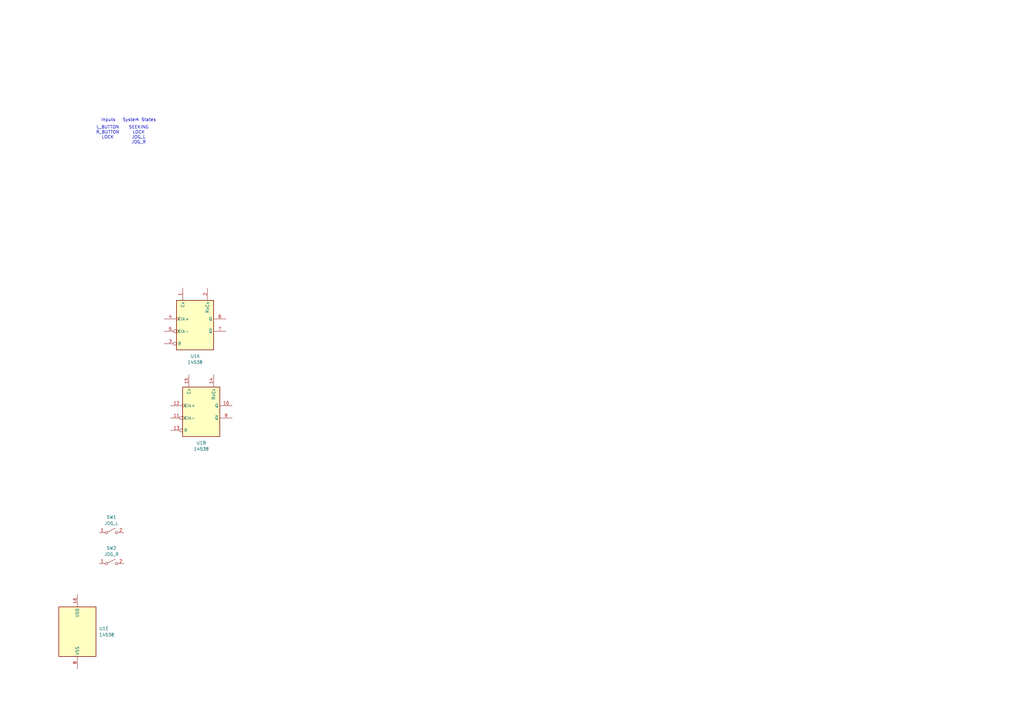
<source format=kicad_sch>
(kicad_sch (version 20231120) (generator "eeschema") (generator_version "8.0")
  (paper "A3")
  (lib_symbols
    (symbol "4xxx:14538"
      (property "Reference" "U" (at 0 11.43 0))
      (property "Value" "14538" (at 0 -11.43 0))
      (symbol "14538_1_0"
        (pin input line (at -5.08 15.24 270) (length 5.08) (name "Cx") (number "1"))
        (pin input line (at 5.08 15.24 270) (length 5.08) (name "RxCx") (number "2"))
        (pin input inverted (at -12.7 -7.62 0) (length 5.08) (name "R") (number "3"))
        (pin input clock (at -12.7 2.54 0) (length 5.08) (name "Clk+") (number "4"))
        (pin input inverted_clock (at -12.7 -2.54 0) (length 5.08) (name "Clk-") (number "5"))
        (pin output line (at 12.7 2.54 180) (length 5.08) (name "Q") (number "6"))
        (pin output line (at 12.7 -2.54 180) (length 5.08) (name "~{Q}") (number "7"))
      )
      (symbol "14538_1_1"
        (rectangle (start -7.62 10.16) (end 7.62 -10.16) (stroke (width 0.254)) (fill (type background)))
      )
      (symbol "14538_2_0"
        (pin output line (at 12.7 2.54 180) (length 5.08) (name "Q") (number "10"))
        (pin input inverted_clock (at -12.7 -2.54 0) (length 5.08) (name "Clk-") (number "11"))
        (pin input clock (at -12.7 2.54 0) (length 5.08) (name "Clk+") (number "12"))
        (pin input inverted (at -12.7 -7.62 0) (length 5.08) (name "R") (number "13"))
        (pin input line (at 5.08 15.24 270) (length 5.08) (name "RxCx") (number "14"))
        (pin input line (at -5.08 15.24 270) (length 5.08) (name "Cx") (number "15"))
        (pin output line (at 12.7 -2.54 180) (length 5.08) (name "~{Q}") (number "9"))
      )
      (symbol "14538_2_1"
        (rectangle (start -7.62 10.16) (end 7.62 -10.16) (stroke (width 0.254)) (fill (type background)))
      )
      (symbol "14538_3_0"
        (pin power_in line (at 0 15.24 270) (length 5.08) (name "VDD") (number "16"))
        (pin power_in line (at 0 -15.24 90) (length 5.08) (name "VSS") (number "8"))
      )
      (symbol "14538_3_1"
        (rectangle (start -7.62 10.16) (end 7.62 -10.16) (stroke (width 0.254)) (fill (type background)))
      )
    )
    (symbol "Switch:SW_SPST" (pin_names (offset 0) hide)
      (property "Reference" "SW" (at 0 3.175 0))
      (property "Value" "SW_SPST" (at 0 -2.54 0))
      (symbol "SW_SPST_0_0"
        (circle (center -2.032 0) (radius 0.508))
        (polyline (pts (xy -1.524 0.254) (xy 1.524 1.778)))
        (circle (center 2.032 0) (radius 0.508))
      )
      (symbol "SW_SPST_1_1"
        (pin passive line (at -5.08 0 0) (length 2.54) (name "A") (number "1"))
        (pin passive line (at 5.08 0 180) (length 2.54) (name "B") (number "2"))
      )
    )
  )
  (text "Inputs" (at 44.45 49.276 0) (effects (font (size 1.27 1.27))))
  (text "System States" (at 57.15 49.276 0) (effects (font (size 1.27 1.27))))
  (text "SEEKING\nLOCK\nJOG_L\nJOG_R" (at 56.896 55.372 0) (effects (font (size 1.27 1.27))))
  (text "L_BUTTON\nR_BUTTON\nLOCK" (at 44.196 54.356 0) (effects (font (size 1.27 1.27))))
  (symbol (lib_id "4xxx:14538") (at 80.01 133.35 0) (unit 1)
    (property "Reference" "U1" (at 80.01 146.05 0))
    (property "Value" "14538" (at 80.01 148.59 0))
    (property "Datasheet" "https://www.onsemi.com/pub/Collateral/MC14538B-D.PDF" (effects (hide yes)))
    (property "Description" "Monostable" (effects (hide yes)))
  )
  (symbol (lib_id "Switch:SW_SPST") (at 45.72 218.44 0) (unit 1)
    (property "Reference" "SW1" (at 45.72 212.09 0))
    (property "Value" "JOG_L" (at 45.72 214.63 0))
    (property "Description" "Single Pole Single Throw (SPST) switch" (effects (hide yes)))
  )
  (symbol (lib_id "Switch:SW_SPST") (at 45.72 231.14 0) (unit 1)
    (property "Reference" "SW2" (at 45.72 224.79 0))
    (property "Value" "JOG_R" (at 45.72 227.33 0))
    (property "Description" "Single Pole Single Throw (SPST) switch" (effects (hide yes)))
  )
  (symbol (lib_id "4xxx:14538") (at 31.75 259.08 0) (unit 3)
    (property "Reference" "U1" (at 40.64 257.8099 0) (effects (justify left)))
    (property "Value" "14538" (at 40.64 260.3499 0) (effects (justify left)))
    (property "Datasheet" "https://www.onsemi.com/pub/Collateral/MC14538B-D.PDF" (effects (hide yes)))
    (property "Description" "Monostable" (effects (hide yes)))
  )
  (symbol (lib_id "4xxx:14538") (at 82.55 168.91 0) (unit 2)
    (property "Reference" "U1" (at 82.55 181.61 0))
    (property "Value" "14538" (at 82.55 184.15 0))
    (property "Datasheet" "https://www.onsemi.com/pub/Collateral/MC14538B-D.PDF" (effects (hide yes)))
    (property "Description" "Monostable" (effects (hide yes)))
  )
)
</source>
